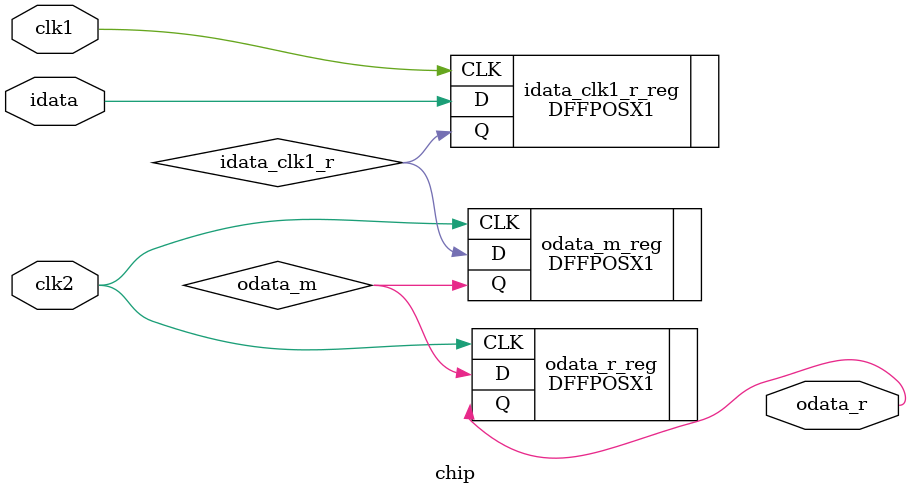
<source format=v>


// Verification Directory fv/chip 

module chip(odata_r, clk1, clk2, idata);
  input clk1, clk2, idata;
  output odata_r;
  wire clk1, clk2, idata;
  wire odata_r;
  wire idata_clk1_r, odata_m;
  DFFPOSX1 odata_r_reg(.CLK (clk2), .D (odata_m), .Q (odata_r));
  DFFPOSX1 odata_m_reg(.CLK (clk2), .D (idata_clk1_r), .Q (odata_m));
  DFFPOSX1 idata_clk1_r_reg(.CLK (clk1), .D (idata), .Q (idata_clk1_r));
endmodule


</source>
